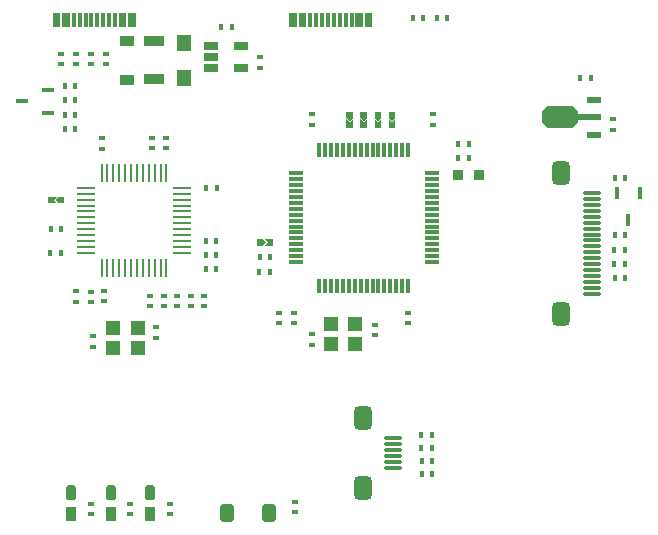
<source format=gtp>
G04*
G04 #@! TF.GenerationSoftware,Altium Limited,Altium Designer,23.8.1 (32)*
G04*
G04 Layer_Color=8421504*
%FSLAX44Y44*%
%MOMM*%
G71*
G04*
G04 #@! TF.SameCoordinates,D96BB530-8D29-4B5F-9446-CCACF09A0524*
G04*
G04*
G04 #@! TF.FilePolarity,Positive*
G04*
G01*
G75*
G04:AMPARAMS|DCode=20|XSize=0.3mm|YSize=1.5mm|CornerRadius=0.075mm|HoleSize=0mm|Usage=FLASHONLY|Rotation=90.000|XOffset=0mm|YOffset=0mm|HoleType=Round|Shape=RoundedRectangle|*
%AMROUNDEDRECTD20*
21,1,0.3000,1.3500,0,0,90.0*
21,1,0.1500,1.5000,0,0,90.0*
1,1,0.1500,0.6750,0.0750*
1,1,0.1500,0.6750,-0.0750*
1,1,0.1500,-0.6750,-0.0750*
1,1,0.1500,-0.6750,0.0750*
%
%ADD20ROUNDEDRECTD20*%
%ADD21R,0.5000X0.4000*%
%ADD22R,0.8890X1.2700*%
G04:AMPARAMS|DCode=23|XSize=1.27mm|YSize=0.889mm|CornerRadius=0mm|HoleSize=0mm|Usage=FLASHONLY|Rotation=90.000|XOffset=0mm|YOffset=0mm|HoleType=Round|Shape=Octagon|*
%AMOCTAGOND23*
4,1,8,0.2223,0.6350,-0.2223,0.6350,-0.4445,0.4128,-0.4445,-0.4128,-0.2223,-0.6350,0.2223,-0.6350,0.4445,-0.4128,0.4445,0.4128,0.2223,0.6350,0.0*
%
%ADD23OCTAGOND23*%

G04:AMPARAMS|DCode=24|XSize=2mm|YSize=1.5mm|CornerRadius=0.375mm|HoleSize=0mm|Usage=FLASHONLY|Rotation=90.000|XOffset=0mm|YOffset=0mm|HoleType=Round|Shape=RoundedRectangle|*
%AMROUNDEDRECTD24*
21,1,2.0000,0.7500,0,0,90.0*
21,1,1.2500,1.5000,0,0,90.0*
1,1,0.7500,0.3750,0.6250*
1,1,0.7500,0.3750,-0.6250*
1,1,0.7500,-0.3750,-0.6250*
1,1,0.7500,-0.3750,0.6250*
%
%ADD24ROUNDEDRECTD24*%
G04:AMPARAMS|DCode=25|XSize=1.2mm|YSize=1.5mm|CornerRadius=0.3mm|HoleSize=0mm|Usage=FLASHONLY|Rotation=0.000|XOffset=0mm|YOffset=0mm|HoleType=Round|Shape=RoundedRectangle|*
%AMROUNDEDRECTD25*
21,1,1.2000,0.9000,0,0,0.0*
21,1,0.6000,1.5000,0,0,0.0*
1,1,0.6000,0.3000,-0.4500*
1,1,0.6000,-0.3000,-0.4500*
1,1,0.6000,-0.3000,0.4500*
1,1,0.6000,0.3000,0.4500*
%
%ADD25ROUNDEDRECTD25*%
G04:AMPARAMS|DCode=26|XSize=1.22mm|YSize=0.65mm|CornerRadius=0.0813mm|HoleSize=0mm|Usage=FLASHONLY|Rotation=180.000|XOffset=0mm|YOffset=0mm|HoleType=Round|Shape=RoundedRectangle|*
%AMROUNDEDRECTD26*
21,1,1.2200,0.4875,0,0,180.0*
21,1,1.0575,0.6500,0,0,180.0*
1,1,0.1625,-0.5288,0.2438*
1,1,0.1625,0.5288,0.2438*
1,1,0.1625,0.5288,-0.2438*
1,1,0.1625,-0.5288,-0.2438*
%
%ADD26ROUNDEDRECTD26*%
%ADD27R,1.8000X0.8500*%
%ADD28R,1.2000X1.3500*%
%ADD29O,1.5500X0.2500*%
%ADD30O,0.2500X1.5500*%
%ADD31R,0.4000X0.5000*%
%ADD32R,1.2000X0.3000*%
%ADD33R,0.3000X1.2000*%
%ADD34R,0.8890X0.8890*%
%ADD35R,0.4500X1.0000*%
%ADD36R,1.3000X1.2000*%
%ADD37R,1.0000X0.4500*%
%ADD38R,0.3000X1.1500*%
%ADD39R,0.2997X1.1481*%
G04:AMPARAMS|DCode=40|XSize=1.8mm|YSize=3mm|CornerRadius=0mm|HoleSize=0mm|Usage=FLASHONLY|Rotation=270.000|XOffset=0mm|YOffset=0mm|HoleType=Round|Shape=Octagon|*
%AMOCTAGOND40*
4,1,8,1.5000,0.4500,1.5000,-0.4500,1.0500,-0.9000,-1.0500,-0.9000,-1.5000,-0.4500,-1.5000,0.4500,-1.0500,0.9000,1.0500,0.9000,1.5000,0.4500,0.0*
%
%ADD40OCTAGOND40*%

%ADD41R,1.2000X0.6000*%
%ADD42R,2.1000X0.6000*%
%ADD43R,1.2190X0.9140*%
G36*
X349750Y380600D02*
X347000Y377850D01*
X344250Y380600D01*
Y385400D01*
X349750D01*
Y380600D01*
D02*
G37*
G36*
X347100Y376600D02*
X349750Y379250D01*
Y371800D01*
X344250D01*
Y379450D01*
X347100Y376600D01*
D02*
G37*
G36*
X105470Y308250D02*
X100670D01*
X97920Y311000D01*
X100670Y313750D01*
X105470D01*
Y308250D01*
D02*
G37*
G36*
X96670Y310900D02*
X99320Y308250D01*
X91870D01*
Y313750D01*
X99520D01*
X96670Y310900D01*
D02*
G37*
G36*
X282400Y272250D02*
X274750D01*
X277600Y275100D01*
X274950Y277750D01*
X282400D01*
Y272250D01*
D02*
G37*
G36*
X276350Y275000D02*
X273600Y272250D01*
X268800D01*
Y277750D01*
X273600D01*
X276350Y275000D01*
D02*
G37*
G36*
X385750Y380600D02*
X383000Y377850D01*
X380250Y380600D01*
Y385400D01*
X385750D01*
Y380600D01*
D02*
G37*
G36*
X373750D02*
X371000Y377850D01*
X368250Y380600D01*
Y385400D01*
X373750D01*
Y380600D01*
D02*
G37*
G36*
X361750D02*
X359000Y377850D01*
X356250Y380600D01*
Y385400D01*
X361750D01*
Y380600D01*
D02*
G37*
G36*
X383100Y376600D02*
X385750Y379250D01*
Y371800D01*
X380250D01*
Y379450D01*
X383100Y376600D01*
D02*
G37*
G36*
X371100D02*
X373750Y379250D01*
Y371800D01*
X368250D01*
Y379450D01*
X371100Y376600D01*
D02*
G37*
G36*
X359100D02*
X361750Y379250D01*
Y371800D01*
X356250D01*
Y379450D01*
X359100Y376600D01*
D02*
G37*
D20*
X384060Y99210D02*
D03*
X384060Y104210D02*
D03*
X552070Y246710D02*
D03*
Y236710D02*
D03*
Y241710D02*
D03*
Y256710D02*
D03*
Y316710D02*
D03*
Y311710D02*
D03*
Y306710D02*
D03*
Y301710D02*
D03*
Y296710D02*
D03*
Y291710D02*
D03*
Y286710D02*
D03*
Y281710D02*
D03*
Y276710D02*
D03*
Y271710D02*
D03*
Y266710D02*
D03*
Y261710D02*
D03*
Y251710D02*
D03*
Y231710D02*
D03*
X384060Y109210D02*
D03*
X384060Y94210D02*
D03*
Y89210D02*
D03*
Y84210D02*
D03*
D21*
X178001Y229999D02*
D03*
X178000Y221000D02*
D03*
X189501Y221499D02*
D03*
Y229999D02*
D03*
X201001D02*
D03*
X201000Y221000D02*
D03*
X212501Y221499D02*
D03*
X212501Y229999D02*
D03*
X224001Y221499D02*
D03*
X224001Y229999D02*
D03*
X195001Y53499D02*
D03*
X195001Y44999D02*
D03*
X418000Y383500D02*
D03*
X417999Y374501D02*
D03*
X396500Y206500D02*
D03*
X396501Y215499D02*
D03*
X315000Y383500D02*
D03*
X314999Y374501D02*
D03*
X287000Y206500D02*
D03*
X287001Y215499D02*
D03*
X300000Y206500D02*
D03*
X300001Y215499D02*
D03*
X192000Y355000D02*
D03*
X192000Y363500D02*
D03*
X127769Y225001D02*
D03*
X127769Y233501D02*
D03*
X139499Y225271D02*
D03*
X139499Y233771D02*
D03*
X130000Y186500D02*
D03*
X130001Y195499D02*
D03*
X315500Y197500D02*
D03*
X315499Y188501D02*
D03*
X183000Y203500D02*
D03*
X182999Y194501D02*
D03*
X368500Y196500D02*
D03*
X368501Y205499D02*
D03*
X137000Y363500D02*
D03*
X136999Y354501D02*
D03*
X115500Y225000D02*
D03*
X115501Y233999D02*
D03*
X301000Y46500D02*
D03*
X301001Y55499D02*
D03*
X180000Y355000D02*
D03*
X180000Y363500D02*
D03*
X128269Y426031D02*
D03*
X128269Y434531D02*
D03*
X115569Y426031D02*
D03*
X115569Y434531D02*
D03*
X161001Y53499D02*
D03*
Y44999D02*
D03*
X128001Y53499D02*
D03*
Y44999D02*
D03*
X102869Y426031D02*
D03*
X102869Y434531D02*
D03*
X570000Y370500D02*
D03*
X570001Y379499D02*
D03*
X270800Y422800D02*
D03*
X270801Y431799D02*
D03*
X140971Y434531D02*
D03*
Y426031D02*
D03*
D22*
X177935Y45111D02*
D03*
X145004Y45440D02*
D03*
X110934Y45111D02*
D03*
D23*
X177935Y62891D02*
D03*
X145004Y63220D02*
D03*
X110934Y62891D02*
D03*
D24*
X526070Y214710D02*
D03*
Y333710D02*
D03*
X358060Y67210D02*
D03*
Y126210D02*
D03*
D25*
X243520Y46210D02*
D03*
X278520Y46210D02*
D03*
D26*
X255020Y441200D02*
D03*
Y422400D02*
D03*
X230120D02*
D03*
Y431800D02*
D03*
Y441200D02*
D03*
D27*
X181610Y413010D02*
D03*
Y445510D02*
D03*
D28*
X207010Y414510D02*
D03*
Y444010D02*
D03*
D29*
X124250Y266250D02*
D03*
Y271250D02*
D03*
Y276250D02*
D03*
Y281250D02*
D03*
Y286250D02*
D03*
Y291250D02*
D03*
Y296250D02*
D03*
Y301250D02*
D03*
Y306250D02*
D03*
Y311250D02*
D03*
Y316250D02*
D03*
Y321250D02*
D03*
X204750D02*
D03*
Y316250D02*
D03*
Y311250D02*
D03*
Y306250D02*
D03*
Y301250D02*
D03*
Y296250D02*
D03*
Y291250D02*
D03*
Y286250D02*
D03*
Y281250D02*
D03*
Y276250D02*
D03*
Y271250D02*
D03*
Y266250D02*
D03*
D30*
X137000Y334000D02*
D03*
X142000D02*
D03*
X147000D02*
D03*
X152000D02*
D03*
X157000D02*
D03*
X162000D02*
D03*
X167000D02*
D03*
X172000D02*
D03*
X177000D02*
D03*
X182000D02*
D03*
X187000D02*
D03*
X192000D02*
D03*
Y253500D02*
D03*
X187000D02*
D03*
X182000D02*
D03*
X177000D02*
D03*
X172000D02*
D03*
X167000D02*
D03*
X162000D02*
D03*
X157000D02*
D03*
X152000D02*
D03*
X147000D02*
D03*
X142000D02*
D03*
X137000D02*
D03*
D31*
X270500Y250000D02*
D03*
X279499Y249999D02*
D03*
X580251Y269000D02*
D03*
X571252Y269001D02*
D03*
X580251Y257000D02*
D03*
X571252Y257001D02*
D03*
X448000Y346500D02*
D03*
X439001Y346501D02*
D03*
X448000Y358500D02*
D03*
X439001Y358501D02*
D03*
X571501Y245001D02*
D03*
X580001Y245001D02*
D03*
X571501Y281001D02*
D03*
X580001Y281001D02*
D03*
X571501Y330001D02*
D03*
X580001Y330001D02*
D03*
X102499Y285999D02*
D03*
X93999D02*
D03*
X234500Y321270D02*
D03*
X225501Y321271D02*
D03*
X93770Y266000D02*
D03*
X102769Y265999D02*
D03*
X416499Y78729D02*
D03*
X407999Y78729D02*
D03*
X416499Y89729D02*
D03*
X407999Y89729D02*
D03*
X225501Y276271D02*
D03*
X234001Y276271D02*
D03*
X416500Y101000D02*
D03*
X407501Y101001D02*
D03*
X416500Y112000D02*
D03*
X407501Y112001D02*
D03*
X279499Y262999D02*
D03*
X270999Y262999D02*
D03*
X225501Y252271D02*
D03*
X234001Y252271D02*
D03*
X225501Y264271D02*
D03*
X234001Y264271D02*
D03*
X114499Y407669D02*
D03*
X105999Y407669D02*
D03*
X114499Y383224D02*
D03*
X105999Y383224D02*
D03*
Y371001D02*
D03*
X114499Y371001D02*
D03*
X105999Y395446D02*
D03*
X114499Y395446D02*
D03*
X409499Y464999D02*
D03*
X400999Y464999D02*
D03*
X542500Y414000D02*
D03*
X551499Y413999D02*
D03*
X247070Y457200D02*
D03*
X238071Y457201D02*
D03*
X429499Y464999D02*
D03*
X420999Y464999D02*
D03*
D32*
X301500Y258500D02*
D03*
Y263500D02*
D03*
Y268500D02*
D03*
Y273500D02*
D03*
X301500Y278500D02*
D03*
Y283500D02*
D03*
Y288500D02*
D03*
X301500Y293500D02*
D03*
Y298500D02*
D03*
X301500Y303500D02*
D03*
Y308500D02*
D03*
Y313500D02*
D03*
X301500Y318500D02*
D03*
Y323500D02*
D03*
X301500Y328500D02*
D03*
Y333500D02*
D03*
X416500Y333500D02*
D03*
Y328500D02*
D03*
X416500Y323500D02*
D03*
Y318500D02*
D03*
X416500Y313500D02*
D03*
X416500Y308500D02*
D03*
Y303500D02*
D03*
X416500Y298500D02*
D03*
Y293500D02*
D03*
X416500Y288500D02*
D03*
Y283500D02*
D03*
Y278500D02*
D03*
X416500Y273500D02*
D03*
Y268500D02*
D03*
Y263500D02*
D03*
Y258500D02*
D03*
D33*
X321500Y353500D02*
D03*
X326500D02*
D03*
X331500D02*
D03*
X336500D02*
D03*
X341500D02*
D03*
X346500D02*
D03*
X351500D02*
D03*
X356500D02*
D03*
X361500D02*
D03*
X366500D02*
D03*
X371500D02*
D03*
X376500D02*
D03*
X381500D02*
D03*
X386500D02*
D03*
X391500D02*
D03*
X396500D02*
D03*
X396500Y238500D02*
D03*
X391500D02*
D03*
X386500D02*
D03*
X381500D02*
D03*
X376500D02*
D03*
X371500D02*
D03*
X366500D02*
D03*
X361500D02*
D03*
X356500D02*
D03*
X351500Y238500D02*
D03*
X346500D02*
D03*
X341500Y238500D02*
D03*
X336500D02*
D03*
X331500D02*
D03*
X326500D02*
D03*
X321500D02*
D03*
D34*
X439110Y332270D02*
D03*
X456890D02*
D03*
D35*
X583000Y294250D02*
D03*
X573500Y316930D02*
D03*
X592500D02*
D03*
D36*
X146500Y186000D02*
D03*
X167500D02*
D03*
Y203000D02*
D03*
X146500D02*
D03*
X352000Y206000D02*
D03*
X331000D02*
D03*
Y189000D02*
D03*
X352000Y189000D02*
D03*
D37*
X69320Y394500D02*
D03*
X92000Y404000D02*
D03*
Y385000D02*
D03*
D38*
X364680Y463727D02*
D03*
X361681D02*
D03*
X356679Y463753D02*
D03*
X353680D02*
D03*
X343680Y463708D02*
D03*
X338682Y463730D02*
D03*
X333680Y463712D02*
D03*
X328681Y463727D02*
D03*
X323680Y463712D02*
D03*
X313680D02*
D03*
X308681Y463712D02*
D03*
X305679D02*
D03*
X300680Y463712D02*
D03*
X297680D02*
D03*
X164450Y463727D02*
D03*
X161451D02*
D03*
X156449Y463753D02*
D03*
X153450D02*
D03*
X143449Y463708D02*
D03*
X138452Y463730D02*
D03*
X133450Y463712D02*
D03*
X128451Y463727D02*
D03*
X123450Y463712D02*
D03*
X113450D02*
D03*
X108451Y463712D02*
D03*
X105449D02*
D03*
X100450Y463712D02*
D03*
X97450D02*
D03*
D39*
X348680Y463713D02*
D03*
X318680Y463712D02*
D03*
X148450Y463713D02*
D03*
X118450Y463712D02*
D03*
D40*
X524808Y381000D02*
D03*
D41*
X554000Y396000D02*
D03*
Y366000D02*
D03*
D42*
X549700Y381000D02*
D03*
D43*
X158750Y445643D02*
D03*
Y412877D02*
D03*
M02*

</source>
